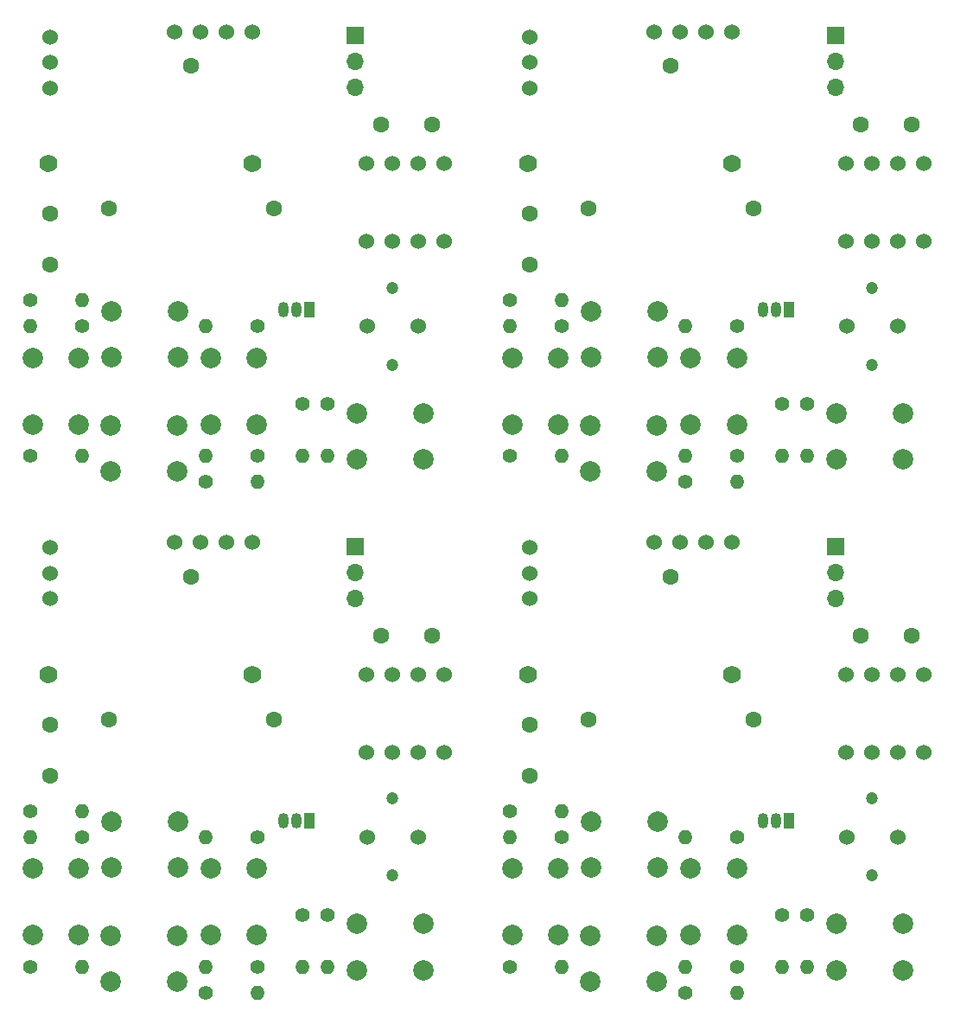
<source format=gbs>
%TF.GenerationSoftware,KiCad,Pcbnew,7.0.10-7.0.10~ubuntu22.04.1*%
%TF.CreationDate,2024-01-24T15:57:41+09:00*%
%TF.ProjectId,pcb-ch32-minigameconsole-panelize,7063622d-6368-4333-922d-6d696e696761,rev?*%
%TF.SameCoordinates,Original*%
%TF.FileFunction,Soldermask,Bot*%
%TF.FilePolarity,Negative*%
%FSLAX46Y46*%
G04 Gerber Fmt 4.6, Leading zero omitted, Abs format (unit mm)*
G04 Created by KiCad (PCBNEW 7.0.10-7.0.10~ubuntu22.04.1) date 2024-01-24 15:57:41*
%MOMM*%
%LPD*%
G01*
G04 APERTURE LIST*
%ADD10C,2.000000*%
%ADD11R,1.050000X1.500000*%
%ADD12O,1.050000X1.500000*%
%ADD13C,1.524000*%
%ADD14C,1.200000*%
%ADD15C,1.600000*%
%ADD16C,1.400000*%
%ADD17O,1.400000X1.400000*%
%ADD18R,1.700000X1.700000*%
%ADD19O,1.700000X1.700000*%
%ADD20C,1.762000*%
G04 APERTURE END LIST*
D10*
%TO.C,SW2*%
X86723000Y-99332000D03*
X93223000Y-99332000D03*
X86723000Y-103832000D03*
X93223000Y-103832000D03*
%TD*%
%TO.C,SW4*%
X96450000Y-110420000D03*
X96450000Y-103920000D03*
X100950000Y-110420000D03*
X100950000Y-103920000D03*
%TD*%
D11*
%TO.C,Q1*%
X59102000Y-49190000D03*
D12*
X57832000Y-49190000D03*
X56562000Y-49190000D03*
%TD*%
D10*
%TO.C,SW2*%
X86723000Y-49332000D03*
X93223000Y-49332000D03*
X86723000Y-53832000D03*
X93223000Y-53832000D03*
%TD*%
D13*
%TO.C,SW1*%
X33655000Y-77500000D03*
X33655000Y-75000000D03*
X33655000Y-72500000D03*
%TD*%
%TO.C,U2*%
X92875000Y-22000000D03*
X95415000Y-22000000D03*
X97955000Y-22000000D03*
X100495000Y-22000000D03*
%TD*%
%TO.C,U2*%
X45875000Y-22000000D03*
X48415000Y-22000000D03*
X50955000Y-22000000D03*
X53495000Y-22000000D03*
%TD*%
D10*
%TO.C,SW2*%
X39723000Y-49332000D03*
X46223000Y-49332000D03*
X39723000Y-53832000D03*
X46223000Y-53832000D03*
%TD*%
D13*
%TO.C,SW1*%
X33655000Y-27500000D03*
X33655000Y-25000000D03*
X33655000Y-22500000D03*
%TD*%
D10*
%TO.C,SW6*%
X110726000Y-59345000D03*
X117226000Y-59345000D03*
X110726000Y-63845000D03*
X117226000Y-63845000D03*
%TD*%
D14*
%TO.C,LS1*%
X67230000Y-47070000D03*
X67230000Y-54570000D03*
D13*
X64730000Y-50820000D03*
X69730000Y-50820000D03*
%TD*%
%TO.C,U1*%
X111649000Y-42545000D03*
X114189000Y-42545000D03*
X116729000Y-42545000D03*
X119269000Y-42545000D03*
X119269000Y-34925000D03*
X116729000Y-34925000D03*
X114189000Y-34925000D03*
X111649000Y-34925000D03*
%TD*%
D10*
%TO.C,SW2*%
X39723000Y-99332000D03*
X46223000Y-99332000D03*
X39723000Y-103832000D03*
X46223000Y-103832000D03*
%TD*%
D13*
%TO.C,U1*%
X111649000Y-92545000D03*
X114189000Y-92545000D03*
X116729000Y-92545000D03*
X119269000Y-92545000D03*
X119269000Y-84925000D03*
X116729000Y-84925000D03*
X114189000Y-84925000D03*
X111649000Y-84925000D03*
%TD*%
D10*
%TO.C,SW3*%
X86596000Y-110508000D03*
X93096000Y-110508000D03*
X86596000Y-115008000D03*
X93096000Y-115008000D03*
%TD*%
%TO.C,SW3*%
X39596000Y-110508000D03*
X46096000Y-110508000D03*
X39596000Y-115008000D03*
X46096000Y-115008000D03*
%TD*%
%TO.C,SW3*%
X86596000Y-60508000D03*
X93096000Y-60508000D03*
X86596000Y-65008000D03*
X93096000Y-65008000D03*
%TD*%
%TO.C,SW4*%
X49450000Y-110420000D03*
X49450000Y-103920000D03*
X53950000Y-110420000D03*
X53950000Y-103920000D03*
%TD*%
D15*
%TO.C,C2*%
X80655000Y-94831000D03*
X80655000Y-89831000D03*
%TD*%
D11*
%TO.C,Q1*%
X106102000Y-49190000D03*
D12*
X104832000Y-49190000D03*
X103562000Y-49190000D03*
%TD*%
D15*
%TO.C,C2*%
X80655000Y-44831000D03*
X80655000Y-39831000D03*
%TD*%
D14*
%TO.C,LS1*%
X114230000Y-97070000D03*
X114230000Y-104570000D03*
D13*
X111730000Y-100820000D03*
X116730000Y-100820000D03*
%TD*%
%TO.C,U2*%
X45875000Y-72000000D03*
X48415000Y-72000000D03*
X50955000Y-72000000D03*
X53495000Y-72000000D03*
%TD*%
D10*
%TO.C,SW5*%
X78996000Y-60420000D03*
X78996000Y-53920000D03*
X83496000Y-60420000D03*
X83496000Y-53920000D03*
%TD*%
%TO.C,SW6*%
X110726000Y-109345000D03*
X117226000Y-109345000D03*
X110726000Y-113845000D03*
X117226000Y-113845000D03*
%TD*%
D11*
%TO.C,Q1*%
X106102000Y-99190000D03*
D12*
X104832000Y-99190000D03*
X103562000Y-99190000D03*
%TD*%
D11*
%TO.C,Q1*%
X59102000Y-99190000D03*
D12*
X57832000Y-99190000D03*
X56562000Y-99190000D03*
%TD*%
D13*
%TO.C,SW1*%
X80655000Y-77500000D03*
X80655000Y-75000000D03*
X80655000Y-72500000D03*
%TD*%
%TO.C,SW1*%
X80655000Y-27500000D03*
X80655000Y-25000000D03*
X80655000Y-22500000D03*
%TD*%
D10*
%TO.C,SW4*%
X96450000Y-60420000D03*
X96450000Y-53920000D03*
X100950000Y-60420000D03*
X100950000Y-53920000D03*
%TD*%
%TO.C,SW3*%
X39596000Y-60508000D03*
X46096000Y-60508000D03*
X39596000Y-65008000D03*
X46096000Y-65008000D03*
%TD*%
D13*
%TO.C,U2*%
X92875000Y-72000000D03*
X95415000Y-72000000D03*
X97955000Y-72000000D03*
X100495000Y-72000000D03*
%TD*%
D10*
%TO.C,SW4*%
X49450000Y-60420000D03*
X49450000Y-53920000D03*
X53950000Y-60420000D03*
X53950000Y-53920000D03*
%TD*%
D14*
%TO.C,LS1*%
X114230000Y-47070000D03*
X114230000Y-54570000D03*
D13*
X111730000Y-50820000D03*
X116730000Y-50820000D03*
%TD*%
D10*
%TO.C,SW6*%
X63726000Y-109345000D03*
X70226000Y-109345000D03*
X63726000Y-113845000D03*
X70226000Y-113845000D03*
%TD*%
%TO.C,SW5*%
X31996000Y-110420000D03*
X31996000Y-103920000D03*
X36496000Y-110420000D03*
X36496000Y-103920000D03*
%TD*%
%TO.C,SW5*%
X78996000Y-110420000D03*
X78996000Y-103920000D03*
X83496000Y-110420000D03*
X83496000Y-103920000D03*
%TD*%
D13*
%TO.C,U1*%
X64649000Y-92545000D03*
X67189000Y-92545000D03*
X69729000Y-92545000D03*
X72269000Y-92545000D03*
X72269000Y-84925000D03*
X69729000Y-84925000D03*
X67189000Y-84925000D03*
X64649000Y-84925000D03*
%TD*%
D10*
%TO.C,SW6*%
X63726000Y-59345000D03*
X70226000Y-59345000D03*
X63726000Y-63845000D03*
X70226000Y-63845000D03*
%TD*%
D13*
%TO.C,U1*%
X64649000Y-42545000D03*
X67189000Y-42545000D03*
X69729000Y-42545000D03*
X72269000Y-42545000D03*
X72269000Y-34925000D03*
X69729000Y-34925000D03*
X67189000Y-34925000D03*
X64649000Y-34925000D03*
%TD*%
D10*
%TO.C,SW5*%
X31996000Y-60420000D03*
X31996000Y-53920000D03*
X36496000Y-60420000D03*
X36496000Y-53920000D03*
%TD*%
D14*
%TO.C,LS1*%
X67230000Y-97070000D03*
X67230000Y-104570000D03*
D13*
X64730000Y-100820000D03*
X69730000Y-100820000D03*
%TD*%
D15*
%TO.C,C2*%
X33655000Y-44831000D03*
X33655000Y-39831000D03*
%TD*%
%TO.C,C2*%
X33655000Y-94831000D03*
X33655000Y-89831000D03*
%TD*%
D16*
%TO.C,R5*%
X36830000Y-100820000D03*
D17*
X31750000Y-100820000D03*
%TD*%
D16*
%TO.C,R5*%
X83830000Y-50820000D03*
D17*
X78750000Y-50820000D03*
%TD*%
D16*
%TO.C,R8*%
X107833000Y-108420000D03*
D17*
X107833000Y-113500000D03*
%TD*%
D16*
%TO.C,R3*%
X54000000Y-100800000D03*
D17*
X48920000Y-100800000D03*
%TD*%
D16*
%TO.C,R4*%
X31750000Y-63500000D03*
D17*
X36830000Y-63500000D03*
%TD*%
D15*
%TO.C,C1*%
X113080000Y-81115000D03*
X118080000Y-81115000D03*
%TD*%
D16*
%TO.C,R2*%
X48895000Y-66040000D03*
D17*
X53975000Y-66040000D03*
%TD*%
D18*
%TO.C,J1*%
X110600000Y-72372000D03*
D19*
X110600000Y-74912000D03*
X110600000Y-77452000D03*
%TD*%
D18*
%TO.C,J1*%
X63600000Y-22372000D03*
D19*
X63600000Y-24912000D03*
X63600000Y-27452000D03*
%TD*%
D16*
%TO.C,R3*%
X101000000Y-100800000D03*
D17*
X95920000Y-100800000D03*
%TD*%
D16*
%TO.C,R2*%
X95895000Y-116040000D03*
D17*
X100975000Y-116040000D03*
%TD*%
D18*
%TO.C,J1*%
X63600000Y-72372000D03*
D19*
X63600000Y-74912000D03*
X63600000Y-77452000D03*
%TD*%
D16*
%TO.C,R4*%
X31750000Y-113500000D03*
D17*
X36830000Y-113500000D03*
%TD*%
D16*
%TO.C,R1*%
X31750000Y-98260000D03*
D17*
X36830000Y-98260000D03*
%TD*%
D16*
%TO.C,R6*%
X54000000Y-113500000D03*
D17*
X48920000Y-113500000D03*
%TD*%
D16*
%TO.C,R2*%
X48895000Y-116040000D03*
D17*
X53975000Y-116040000D03*
%TD*%
D16*
%TO.C,R2*%
X95895000Y-66040000D03*
D17*
X100975000Y-66040000D03*
%TD*%
D16*
%TO.C,R5*%
X36830000Y-50820000D03*
D17*
X31750000Y-50820000D03*
%TD*%
D15*
%TO.C,BT1*%
X86400000Y-39325000D03*
X94500000Y-25325000D03*
X102600000Y-39325000D03*
D20*
X80500000Y-34925000D03*
X100500000Y-34925000D03*
%TD*%
D15*
%TO.C,BT1*%
X39400000Y-39325000D03*
X47500000Y-25325000D03*
X55600000Y-39325000D03*
D20*
X33500000Y-34925000D03*
X53500000Y-34925000D03*
%TD*%
D16*
%TO.C,R8*%
X107833000Y-58420000D03*
D17*
X107833000Y-63500000D03*
%TD*%
D16*
%TO.C,R8*%
X60833000Y-108420000D03*
D17*
X60833000Y-113500000D03*
%TD*%
D16*
%TO.C,R1*%
X78750000Y-48260000D03*
D17*
X83830000Y-48260000D03*
%TD*%
D16*
%TO.C,R1*%
X31750000Y-48260000D03*
D17*
X36830000Y-48260000D03*
%TD*%
D16*
%TO.C,R7*%
X58420000Y-108420000D03*
D17*
X58420000Y-113500000D03*
%TD*%
D16*
%TO.C,R3*%
X54000000Y-50800000D03*
D17*
X48920000Y-50800000D03*
%TD*%
D16*
%TO.C,R7*%
X58420000Y-58420000D03*
D17*
X58420000Y-63500000D03*
%TD*%
D16*
%TO.C,R3*%
X101000000Y-50800000D03*
D17*
X95920000Y-50800000D03*
%TD*%
D15*
%TO.C,C1*%
X66080000Y-81115000D03*
X71080000Y-81115000D03*
%TD*%
D16*
%TO.C,R6*%
X54000000Y-63500000D03*
D17*
X48920000Y-63500000D03*
%TD*%
D16*
%TO.C,R6*%
X101000000Y-63500000D03*
D17*
X95920000Y-63500000D03*
%TD*%
D15*
%TO.C,C1*%
X113080000Y-31115000D03*
X118080000Y-31115000D03*
%TD*%
D16*
%TO.C,R7*%
X105420000Y-108420000D03*
D17*
X105420000Y-113500000D03*
%TD*%
D16*
%TO.C,R1*%
X78750000Y-98260000D03*
D17*
X83830000Y-98260000D03*
%TD*%
D15*
%TO.C,C1*%
X66080000Y-31115000D03*
X71080000Y-31115000D03*
%TD*%
D16*
%TO.C,R4*%
X78750000Y-113500000D03*
D17*
X83830000Y-113500000D03*
%TD*%
D16*
%TO.C,R5*%
X83830000Y-100820000D03*
D17*
X78750000Y-100820000D03*
%TD*%
D16*
%TO.C,R8*%
X60833000Y-58420000D03*
D17*
X60833000Y-63500000D03*
%TD*%
D16*
%TO.C,R4*%
X78750000Y-63500000D03*
D17*
X83830000Y-63500000D03*
%TD*%
D16*
%TO.C,R6*%
X101000000Y-113500000D03*
D17*
X95920000Y-113500000D03*
%TD*%
D16*
%TO.C,R7*%
X105420000Y-58420000D03*
D17*
X105420000Y-63500000D03*
%TD*%
D15*
%TO.C,BT1*%
X39400000Y-89325000D03*
X47500000Y-75325000D03*
X55600000Y-89325000D03*
D20*
X33500000Y-84925000D03*
X53500000Y-84925000D03*
%TD*%
D15*
%TO.C,BT1*%
X86400000Y-89325000D03*
X94500000Y-75325000D03*
X102600000Y-89325000D03*
D20*
X80500000Y-84925000D03*
X100500000Y-84925000D03*
%TD*%
D18*
%TO.C,J1*%
X110600000Y-22372000D03*
D19*
X110600000Y-24912000D03*
X110600000Y-27452000D03*
%TD*%
M02*

</source>
